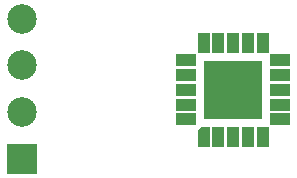
<source format=gts>
%FSTAX23Y23*%
%MOIN*%
%SFA1B1*%

%IPPOS*%
%ADD12R,0.039370X0.066929*%
%ADD13R,0.066929X0.039370*%
%ADD14R,0.196850X0.196850*%
%ADD15R,0.098551X0.098551*%
%ADD16C,0.098551*%
%LNco2devicepcb1-1*%
%LPD*%
G36*
X06367Y0132D02*
X06396D01*
Y01254*
X06356*
Y01309*
X06367Y0132*
G37*
G54D12*
X06425Y01287D03*
X06475D03*
X06524D03*
X06573D03*
X06376Y01602D03*
X06425D03*
X06475D03*
X06524D03*
X06573D03*
G54D13*
X06632Y01346D03*
Y01395D03*
Y01445D03*
Y01494D03*
Y01543D03*
X06317Y01346D03*
Y01395D03*
Y01445D03*
Y01494D03*
Y01543D03*
G54D14*
X06475Y01445D03*
G54D15*
X0577Y01214D03*
G54D16*
X0577Y0137D03*
Y01526D03*
Y01682D03*
M02*
</source>
